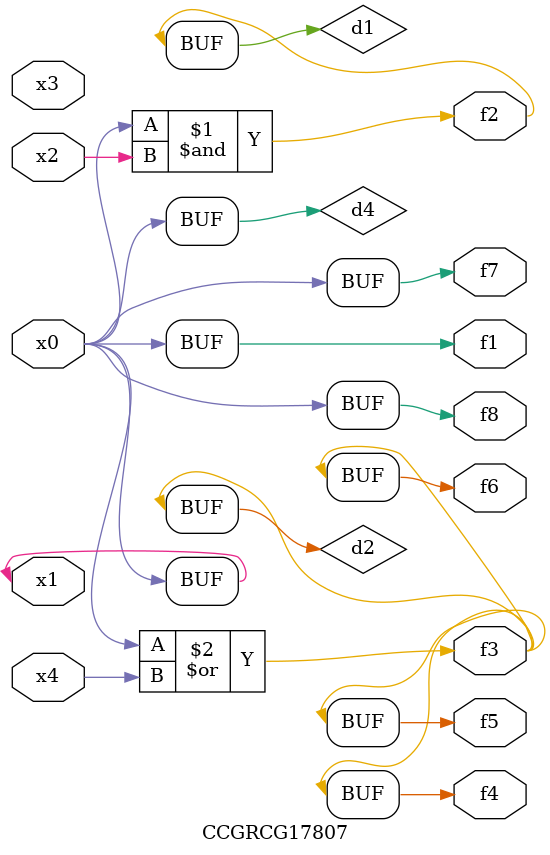
<source format=v>
module CCGRCG17807(
	input x0, x1, x2, x3, x4,
	output f1, f2, f3, f4, f5, f6, f7, f8
);

	wire d1, d2, d3, d4;

	and (d1, x0, x2);
	or (d2, x0, x4);
	nand (d3, x0, x2);
	buf (d4, x0, x1);
	assign f1 = d4;
	assign f2 = d1;
	assign f3 = d2;
	assign f4 = d2;
	assign f5 = d2;
	assign f6 = d2;
	assign f7 = d4;
	assign f8 = d4;
endmodule

</source>
